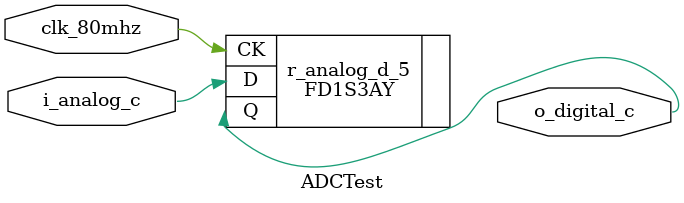
<source format=v>

module top (i_clk, i_analog, o_digital) /* synthesis syn_module_defined=1 */ ;   // /home/user/SDR-HLS/Testing/1bitADCTest/First_Implementation/source/top.v(1[8:11])
    input i_clk;   // /home/user/SDR-HLS/Testing/1bitADCTest/First_Implementation/source/top.v(2[16:21])
    input i_analog;   // /home/user/SDR-HLS/Testing/1bitADCTest/First_Implementation/source/top.v(3[16:24])
    output o_digital;   // /home/user/SDR-HLS/Testing/1bitADCTest/First_Implementation/source/top.v(4[17:26])
    
    wire i_clk_c /* synthesis is_clock=1 */ ;   // /home/user/SDR-HLS/Testing/1bitADCTest/First_Implementation/source/top.v(2[16:21])
    wire clk_80mhz /* synthesis is_clock=1, SET_AS_NETWORK=clk_80mhz */ ;   // /home/user/SDR-HLS/Testing/1bitADCTest/First_Implementation/source/top.v(7[8:17])
    
    wire i_analog_c, o_digital_c, VCC_net, GND_net;
    
    VHI i48 (.Z(VCC_net));
    IB i_analog_pad (.I(i_analog), .O(i_analog_c));   // /home/user/SDR-HLS/Testing/1bitADCTest/First_Implementation/source/top.v(3[16:24])
    PLL PLL1 (.i_clk_c(i_clk_c), .clk_80mhz(clk_80mhz), .GND_net(GND_net)) /* synthesis NGD_DRC_MASK=1, syn_module_defined=1 */ ;   // /home/user/SDR-HLS/Testing/1bitADCTest/First_Implementation/source/top.v(9[7] 12[4])
    GSR GSR_INST (.GSR(VCC_net));
    IB i_clk_pad (.I(i_clk), .O(i_clk_c));   // /home/user/SDR-HLS/Testing/1bitADCTest/First_Implementation/source/top.v(2[16:21])
    PUR PUR_INST (.PUR(VCC_net));
    defparam PUR_INST.RST_PULSE = 1;
    ADCTest adctest (.o_digital_c(o_digital_c), .clk_80mhz(clk_80mhz), .i_analog_c(i_analog_c)) /* synthesis syn_module_defined=1 */ ;   // /home/user/SDR-HLS/Testing/1bitADCTest/First_Implementation/source/top.v(16[11] 20[4])
    OB o_digital_pad (.I(o_digital_c), .O(o_digital));   // /home/user/SDR-HLS/Testing/1bitADCTest/First_Implementation/source/top.v(4[17:26])
    VLO i1 (.Z(GND_net));
    
endmodule
//
// Verilog Description of module PLL
//

module PLL (i_clk_c, clk_80mhz, GND_net) /* synthesis NGD_DRC_MASK=1, syn_module_defined=1 */ ;
    input i_clk_c;
    output clk_80mhz;
    input GND_net;
    
    wire i_clk_c /* synthesis is_clock=1 */ ;   // /home/user/SDR-HLS/Testing/1bitADCTest/First_Implementation/source/top.v(2[16:21])
    wire clk_80mhz /* synthesis is_clock=1, SET_AS_NETWORK=clk_80mhz */ ;   // /home/user/SDR-HLS/Testing/1bitADCTest/First_Implementation/source/top.v(7[8:17])
    
    EHXPLLL PLLInst_0 (.CLKI(i_clk_c), .CLKFB(clk_80mhz), .PHASESEL0(GND_net), 
            .PHASESEL1(GND_net), .PHASEDIR(GND_net), .PHASESTEP(GND_net), 
            .PHASELOADREG(GND_net), .STDBY(GND_net), .PLLWAKESYNC(GND_net), 
            .RST(GND_net), .ENCLKOP(GND_net), .ENCLKOS(GND_net), .ENCLKOS2(GND_net), 
            .ENCLKOS3(GND_net), .CLKOP(clk_80mhz)) /* synthesis FREQUENCY_PIN_CLKOP="83.333333", FREQUENCY_PIN_CLKI="25.000000", ICP_CURRENT="5", LPF_RESISTOR="16", syn_instantiated=1, LSE_LINE_FILE_ID=4, LSE_LCOL=7, LSE_RCOL=4, LSE_LLINE=9, LSE_RLINE=12 */ ;   // /home/user/SDR-HLS/Testing/1bitADCTest/First_Implementation/source/top.v(9[7] 12[4])
    defparam PLLInst_0.CLKI_DIV = 3;
    defparam PLLInst_0.CLKFB_DIV = 10;
    defparam PLLInst_0.CLKOP_DIV = 7;
    defparam PLLInst_0.CLKOS_DIV = 1;
    defparam PLLInst_0.CLKOS2_DIV = 1;
    defparam PLLInst_0.CLKOS3_DIV = 1;
    defparam PLLInst_0.CLKOP_ENABLE = "ENABLED";
    defparam PLLInst_0.CLKOS_ENABLE = "DISABLED";
    defparam PLLInst_0.CLKOS2_ENABLE = "DISABLED";
    defparam PLLInst_0.CLKOS3_ENABLE = "DISABLED";
    defparam PLLInst_0.CLKOP_CPHASE = 6;
    defparam PLLInst_0.CLKOS_CPHASE = 0;
    defparam PLLInst_0.CLKOS2_CPHASE = 0;
    defparam PLLInst_0.CLKOS3_CPHASE = 0;
    defparam PLLInst_0.CLKOP_FPHASE = 0;
    defparam PLLInst_0.CLKOS_FPHASE = 0;
    defparam PLLInst_0.CLKOS2_FPHASE = 0;
    defparam PLLInst_0.CLKOS3_FPHASE = 0;
    defparam PLLInst_0.FEEDBK_PATH = "CLKOP";
    defparam PLLInst_0.CLKOP_TRIM_POL = "FALLING";
    defparam PLLInst_0.CLKOP_TRIM_DELAY = 0;
    defparam PLLInst_0.CLKOS_TRIM_POL = "FALLING";
    defparam PLLInst_0.CLKOS_TRIM_DELAY = 0;
    defparam PLLInst_0.OUTDIVIDER_MUXA = "DIVA";
    defparam PLLInst_0.OUTDIVIDER_MUXB = "DIVB";
    defparam PLLInst_0.OUTDIVIDER_MUXC = "DIVC";
    defparam PLLInst_0.OUTDIVIDER_MUXD = "DIVD";
    defparam PLLInst_0.PLL_LOCK_MODE = 0;
    defparam PLLInst_0.PLL_LOCK_DELAY = 200;
    defparam PLLInst_0.STDBY_ENABLE = "DISABLED";
    defparam PLLInst_0.REFIN_RESET = "DISABLED";
    defparam PLLInst_0.SYNC_ENABLE = "DISABLED";
    defparam PLLInst_0.INT_LOCK_STICKY = "ENABLED";
    defparam PLLInst_0.DPHASE_SOURCE = "DISABLED";
    defparam PLLInst_0.PLLRST_ENA = "DISABLED";
    defparam PLLInst_0.INTFB_WAKE = "DISABLED";
    
endmodule
//
// Verilog Description of module PUR
// module not written out since it is a black-box. 
//

//
// Verilog Description of module ADCTest
//

module ADCTest (o_digital_c, clk_80mhz, i_analog_c) /* synthesis syn_module_defined=1 */ ;
    output o_digital_c;
    input clk_80mhz;
    input i_analog_c;
    
    wire clk_80mhz /* synthesis is_clock=1, SET_AS_NETWORK=clk_80mhz */ ;   // /home/user/SDR-HLS/Testing/1bitADCTest/First_Implementation/source/top.v(7[8:17])
    
    FD1S3AY r_analog_d_5 (.D(i_analog_c), .CK(clk_80mhz), .Q(o_digital_c)) /* synthesis lse_init_val=1, LSE_LINE_FILE_ID=4, LSE_LCOL=11, LSE_RCOL=4, LSE_LLINE=16, LSE_RLINE=20 */ ;   // /home/user/SDR-HLS/Testing/1bitADCTest/First_Implementation/source/ADCTest.v(9[10] 12[8])
    defparam r_analog_d_5.GSR = "ENABLED";
    
endmodule

</source>
